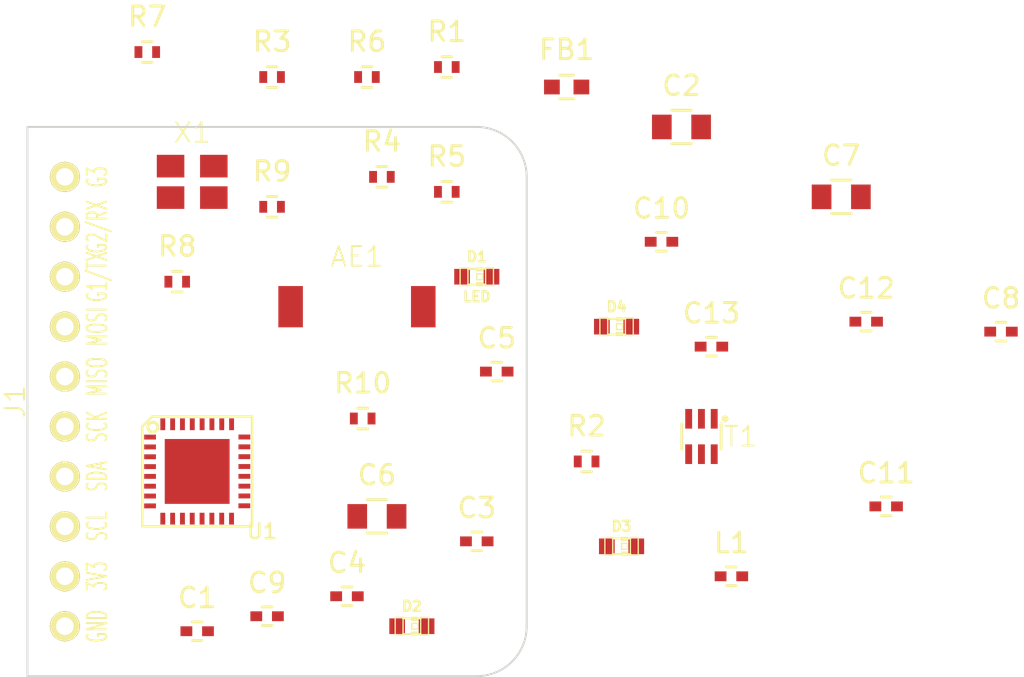
<source format=kicad_pcb>
(kicad_pcb (version 4) (host pcbnew "(2014-08-29 BZR 5106)-product")

  (general
    (links 79)
    (no_connects 79)
    (area 126.949999 99.009999 152.450001 127.050001)
    (thickness 1.6)
    (drawings 6)
    (tracks 0)
    (zones 0)
    (modules 34)
    (nets 35)
  )

  (page A4)
  (layers
    (0 F.Cu signal)
    (31 B.Cu signal)
    (32 B.Adhes user)
    (33 F.Adhes user)
    (34 B.Paste user)
    (35 F.Paste user)
    (36 B.SilkS user)
    (37 F.SilkS user)
    (38 B.Mask user)
    (39 F.Mask user)
    (40 Dwgs.User user)
    (41 Cmts.User user)
    (42 Eco1.User user)
    (43 Eco2.User user)
    (44 Edge.Cuts user)
    (45 Margin user)
    (46 B.CrtYd user)
    (47 F.CrtYd user)
    (48 B.Fab user)
    (49 F.Fab user)
  )

  (setup
    (last_trace_width 0.254)
    (trace_clearance 0.254)
    (zone_clearance 0.508)
    (zone_45_only no)
    (trace_min 0.254)
    (segment_width 0.2)
    (edge_width 0.1)
    (via_size 0.889)
    (via_drill 0.635)
    (via_min_size 0.889)
    (via_min_drill 0.508)
    (uvia_size 0.508)
    (uvia_drill 0.127)
    (uvias_allowed no)
    (uvia_min_size 0.508)
    (uvia_min_drill 0.127)
    (pcb_text_width 0.3)
    (pcb_text_size 1.5 1.5)
    (mod_edge_width 0.15)
    (mod_text_size 1 1)
    (mod_text_width 0.15)
    (pad_size 1.5 1.5)
    (pad_drill 0.6)
    (pad_to_mask_clearance 0)
    (aux_axis_origin 127 127)
    (grid_origin 127 127)
    (visible_elements FFFFFF7F)
    (pcbplotparams
      (layerselection 0x00030_80000001)
      (usegerberextensions false)
      (excludeedgelayer true)
      (linewidth 0.100000)
      (plotframeref false)
      (viasonmask false)
      (mode 1)
      (useauxorigin false)
      (hpglpennumber 1)
      (hpglpenspeed 20)
      (hpglpendiameter 15)
      (hpglpenoverlay 2)
      (psnegative false)
      (psa4output false)
      (plotreference true)
      (plotvalue true)
      (plotinvisibletext false)
      (padsonsilk false)
      (subtractmaskfromsilk false)
      (outputformat 1)
      (mirror false)
      (drillshape 1)
      (scaleselection 1)
      (outputdirectory ""))
  )

  (net 0 "")
  (net 1 /ANT)
  (net 2 "Net-(AE1-Pad2)")
  (net 3 "Net-(C1-Pad1)")
  (net 4 DGND)
  (net 5 +3.3V)
  (net 6 /XTAL1)
  (net 7 /AVDD)
  (net 8 AGND)
  (net 9 /XTAL2)
  (net 10 /DEVDD)
  (net 11 /EVDD)
  (net 12 /RF+)
  (net 13 /PI_IN)
  (net 14 /DIG1)
  (net 15 /D1L)
  (net 16 /DIG2)
  (net 17 /D2L)
  (net 18 /DIG3)
  (net 19 /D3L)
  (net 20 /DIG4)
  (net 21 /D4L)
  (net 22 "Net-(J1-Pad3)")
  (net 23 "Net-(J1-Pad4)")
  (net 24 /SCLK)
  (net 25 /MISO)
  (net 26 /MOSI)
  (net 27 /~CS)
  (net 28 /INTERRUPT)
  (net 29 /SLP/~RST)
  (net 30 /SLP_TR)
  (net 31 /~RESET)
  (net 32 "Net-(R6-Pad1)")
  (net 33 /RFP)
  (net 34 /RFN)

  (net_class Default "This is the default net class."
    (clearance 0.254)
    (trace_width 0.254)
    (via_dia 0.889)
    (via_drill 0.635)
    (uvia_dia 0.508)
    (uvia_drill 0.127)
    (add_net +3.3V)
    (add_net /ANT)
    (add_net /AVDD)
    (add_net /D1L)
    (add_net /D2L)
    (add_net /D3L)
    (add_net /D4L)
    (add_net /DEVDD)
    (add_net /DIG1)
    (add_net /DIG2)
    (add_net /DIG3)
    (add_net /DIG4)
    (add_net /EVDD)
    (add_net /INTERRUPT)
    (add_net /MISO)
    (add_net /MOSI)
    (add_net /PI_IN)
    (add_net /RF+)
    (add_net /RFN)
    (add_net /RFP)
    (add_net /SCLK)
    (add_net /SLP/~RST)
    (add_net /SLP_TR)
    (add_net /XTAL1)
    (add_net /XTAL2)
    (add_net /~CS)
    (add_net /~RESET)
    (add_net AGND)
    (add_net DGND)
    (add_net "Net-(AE1-Pad2)")
    (add_net "Net-(C1-Pad1)")
    (add_net "Net-(J1-Pad3)")
    (add_net "Net-(J1-Pad4)")
    (add_net "Net-(R6-Pad1)")
  )

  (module parts:ANTENNA-SMT-2.45GHz (layer F.Cu) (tedit 543C8054) (tstamp 543DF8C1)
    (at 143.764 108.204)
    (path /543E9CA8)
    (fp_text reference AE1 (at 0 -2.54) (layer F.SilkS)
      (effects (font (size 1 1) (thickness 0.1)))
    )
    (fp_text value ANTENNA (at 0 3.175) (layer F.SilkS) hide
      (effects (font (size 1.5 1.5) (thickness 0.15)))
    )
    (pad 1 smd rect (at -3.375 0) (size 1.25 2.1) (layers F.Cu F.Paste F.Mask)
      (net 1 /ANT))
    (pad 2 smd rect (at 3.375 0) (size 1.25 2.1) (layers F.Cu F.Paste F.Mask)
      (net 2 "Net-(AE1-Pad2)"))
  )

  (module Capacitors_SMD:C_0402 (layer F.Cu) (tedit 543DF954) (tstamp 543DF8CD)
    (at 135.636 124.714)
    (descr "Capacitor SMD 0402, reflow soldering, AVX (see smccp.pdf)")
    (tags "capacitor 0402")
    (path /542FB6C5)
    (attr smd)
    (fp_text reference C1 (at 0 -1.7) (layer F.SilkS)
      (effects (font (size 1 1) (thickness 0.15)))
    )
    (fp_text value 100nF (at 0 1.7) (layer F.SilkS) hide
      (effects (font (size 1 1) (thickness 0.15)))
    )
    (fp_line (start -1.15 -0.6) (end 1.15 -0.6) (layer F.CrtYd) (width 0.05))
    (fp_line (start -1.15 0.6) (end 1.15 0.6) (layer F.CrtYd) (width 0.05))
    (fp_line (start -1.15 -0.6) (end -1.15 0.6) (layer F.CrtYd) (width 0.05))
    (fp_line (start 1.15 -0.6) (end 1.15 0.6) (layer F.CrtYd) (width 0.05))
    (fp_line (start 0.25 -0.475) (end -0.25 -0.475) (layer F.SilkS) (width 0.15))
    (fp_line (start -0.25 0.475) (end 0.25 0.475) (layer F.SilkS) (width 0.15))
    (pad 1 smd rect (at -0.55 0) (size 0.6 0.5) (layers F.Cu F.Paste F.Mask)
      (net 3 "Net-(C1-Pad1)"))
    (pad 2 smd rect (at 0.55 0) (size 0.6 0.5) (layers F.Cu F.Paste F.Mask)
      (net 4 DGND))
    (model Capacitors_SMD/C_0402E.wrl
      (at (xyz 0 0 0))
      (scale (xyz 1 1 1))
      (rotate (xyz 0 0 0))
    )
  )

  (module Capacitors_SMD:C_0805 (layer F.Cu) (tedit 543DF910) (tstamp 543DF8D9)
    (at 160.274 99.06)
    (descr "Capacitor SMD 0805, reflow soldering, AVX (see smccp.pdf)")
    (tags "capacitor 0805")
    (path /542FADD1)
    (attr smd)
    (fp_text reference C2 (at 0 -2.1) (layer F.SilkS)
      (effects (font (size 1 1) (thickness 0.15)))
    )
    (fp_text value 10uF (at 0 2.1) (layer F.SilkS) hide
      (effects (font (size 1 1) (thickness 0.15)))
    )
    (fp_line (start -1.8 -1) (end 1.8 -1) (layer F.CrtYd) (width 0.05))
    (fp_line (start -1.8 1) (end 1.8 1) (layer F.CrtYd) (width 0.05))
    (fp_line (start -1.8 -1) (end -1.8 1) (layer F.CrtYd) (width 0.05))
    (fp_line (start 1.8 -1) (end 1.8 1) (layer F.CrtYd) (width 0.05))
    (fp_line (start 0.5 -0.85) (end -0.5 -0.85) (layer F.SilkS) (width 0.15))
    (fp_line (start -0.5 0.85) (end 0.5 0.85) (layer F.SilkS) (width 0.15))
    (pad 1 smd rect (at -1 0) (size 1 1.25) (layers F.Cu F.Paste F.Mask)
      (net 5 +3.3V))
    (pad 2 smd rect (at 1 0) (size 1 1.25) (layers F.Cu F.Paste F.Mask)
      (net 4 DGND))
    (model Capacitors_SMD/C_0805N.wrl
      (at (xyz 0 0 0))
      (scale (xyz 1 1 1))
      (rotate (xyz 0 0 0))
    )
  )

  (module Capacitors_SMD:C_0402 (layer F.Cu) (tedit 543DF944) (tstamp 543DF8E5)
    (at 149.86 120.142)
    (descr "Capacitor SMD 0402, reflow soldering, AVX (see smccp.pdf)")
    (tags "capacitor 0402")
    (path /542F4184)
    (attr smd)
    (fp_text reference C3 (at 0 -1.7) (layer F.SilkS)
      (effects (font (size 1 1) (thickness 0.15)))
    )
    (fp_text value 100nF (at 0 1.7) (layer F.SilkS) hide
      (effects (font (size 1 1) (thickness 0.15)))
    )
    (fp_line (start -1.15 -0.6) (end 1.15 -0.6) (layer F.CrtYd) (width 0.05))
    (fp_line (start -1.15 0.6) (end 1.15 0.6) (layer F.CrtYd) (width 0.05))
    (fp_line (start -1.15 -0.6) (end -1.15 0.6) (layer F.CrtYd) (width 0.05))
    (fp_line (start 1.15 -0.6) (end 1.15 0.6) (layer F.CrtYd) (width 0.05))
    (fp_line (start 0.25 -0.475) (end -0.25 -0.475) (layer F.SilkS) (width 0.15))
    (fp_line (start -0.25 0.475) (end 0.25 0.475) (layer F.SilkS) (width 0.15))
    (pad 1 smd rect (at -0.55 0) (size 0.6 0.5) (layers F.Cu F.Paste F.Mask)
      (net 5 +3.3V))
    (pad 2 smd rect (at 0.55 0) (size 0.6 0.5) (layers F.Cu F.Paste F.Mask)
      (net 4 DGND))
    (model Capacitors_SMD/C_0402E.wrl
      (at (xyz 0 0 0))
      (scale (xyz 1 1 1))
      (rotate (xyz 0 0 0))
    )
  )

  (module Capacitors_SMD:C_0402 (layer F.Cu) (tedit 543DF94F) (tstamp 543DF8F1)
    (at 143.256 122.936)
    (descr "Capacitor SMD 0402, reflow soldering, AVX (see smccp.pdf)")
    (tags "capacitor 0402")
    (path /542FCCC2)
    (attr smd)
    (fp_text reference C4 (at 0 -1.7) (layer F.SilkS)
      (effects (font (size 1 1) (thickness 0.15)))
    )
    (fp_text value 9pF (at 0 1.7) (layer F.SilkS) hide
      (effects (font (size 1 1) (thickness 0.15)))
    )
    (fp_line (start -1.15 -0.6) (end 1.15 -0.6) (layer F.CrtYd) (width 0.05))
    (fp_line (start -1.15 0.6) (end 1.15 0.6) (layer F.CrtYd) (width 0.05))
    (fp_line (start -1.15 -0.6) (end -1.15 0.6) (layer F.CrtYd) (width 0.05))
    (fp_line (start 1.15 -0.6) (end 1.15 0.6) (layer F.CrtYd) (width 0.05))
    (fp_line (start 0.25 -0.475) (end -0.25 -0.475) (layer F.SilkS) (width 0.15))
    (fp_line (start -0.25 0.475) (end 0.25 0.475) (layer F.SilkS) (width 0.15))
    (pad 1 smd rect (at -0.55 0) (size 0.6 0.5) (layers F.Cu F.Paste F.Mask)
      (net 4 DGND))
    (pad 2 smd rect (at 0.55 0) (size 0.6 0.5) (layers F.Cu F.Paste F.Mask)
      (net 6 /XTAL1))
    (model Capacitors_SMD/C_0402E.wrl
      (at (xyz 0 0 0))
      (scale (xyz 1 1 1))
      (rotate (xyz 0 0 0))
    )
  )

  (module Capacitors_SMD:C_0402 (layer F.Cu) (tedit 543DF95C) (tstamp 543DF8FD)
    (at 150.876 111.506)
    (descr "Capacitor SMD 0402, reflow soldering, AVX (see smccp.pdf)")
    (tags "capacitor 0402")
    (path /542F41A6)
    (attr smd)
    (fp_text reference C5 (at 0 -1.7) (layer F.SilkS)
      (effects (font (size 1 1) (thickness 0.15)))
    )
    (fp_text value 100nF (at 0 1.7) (layer F.SilkS) hide
      (effects (font (size 1 1) (thickness 0.15)))
    )
    (fp_line (start -1.15 -0.6) (end 1.15 -0.6) (layer F.CrtYd) (width 0.05))
    (fp_line (start -1.15 0.6) (end 1.15 0.6) (layer F.CrtYd) (width 0.05))
    (fp_line (start -1.15 -0.6) (end -1.15 0.6) (layer F.CrtYd) (width 0.05))
    (fp_line (start 1.15 -0.6) (end 1.15 0.6) (layer F.CrtYd) (width 0.05))
    (fp_line (start 0.25 -0.475) (end -0.25 -0.475) (layer F.SilkS) (width 0.15))
    (fp_line (start -0.25 0.475) (end 0.25 0.475) (layer F.SilkS) (width 0.15))
    (pad 1 smd rect (at -0.55 0) (size 0.6 0.5) (layers F.Cu F.Paste F.Mask)
      (net 5 +3.3V))
    (pad 2 smd rect (at 0.55 0) (size 0.6 0.5) (layers F.Cu F.Paste F.Mask)
      (net 4 DGND))
    (model Capacitors_SMD/C_0402E.wrl
      (at (xyz 0 0 0))
      (scale (xyz 1 1 1))
      (rotate (xyz 0 0 0))
    )
  )

  (module Capacitors_SMD:C_0805 (layer F.Cu) (tedit 543DF957) (tstamp 543DF909)
    (at 144.78 118.872)
    (descr "Capacitor SMD 0805, reflow soldering, AVX (see smccp.pdf)")
    (tags "capacitor 0805")
    (path /542FA99F)
    (attr smd)
    (fp_text reference C6 (at 0 -2.1) (layer F.SilkS)
      (effects (font (size 1 1) (thickness 0.15)))
    )
    (fp_text value 10uF (at 0 2.1) (layer F.SilkS) hide
      (effects (font (size 1 1) (thickness 0.15)))
    )
    (fp_line (start -1.8 -1) (end 1.8 -1) (layer F.CrtYd) (width 0.05))
    (fp_line (start -1.8 1) (end 1.8 1) (layer F.CrtYd) (width 0.05))
    (fp_line (start -1.8 -1) (end -1.8 1) (layer F.CrtYd) (width 0.05))
    (fp_line (start 1.8 -1) (end 1.8 1) (layer F.CrtYd) (width 0.05))
    (fp_line (start 0.5 -0.85) (end -0.5 -0.85) (layer F.SilkS) (width 0.15))
    (fp_line (start -0.5 0.85) (end 0.5 0.85) (layer F.SilkS) (width 0.15))
    (pad 1 smd rect (at -1 0) (size 1 1.25) (layers F.Cu F.Paste F.Mask)
      (net 7 /AVDD))
    (pad 2 smd rect (at 1 0) (size 1 1.25) (layers F.Cu F.Paste F.Mask)
      (net 8 AGND))
    (model Capacitors_SMD/C_0805N.wrl
      (at (xyz 0 0 0))
      (scale (xyz 1 1 1))
      (rotate (xyz 0 0 0))
    )
  )

  (module Capacitors_SMD:C_0805 (layer F.Cu) (tedit 543DF912) (tstamp 543DF915)
    (at 168.402 102.616)
    (descr "Capacitor SMD 0805, reflow soldering, AVX (see smccp.pdf)")
    (tags "capacitor 0805")
    (path /542FCC21)
    (attr smd)
    (fp_text reference C7 (at 0 -2.1) (layer F.SilkS)
      (effects (font (size 1 1) (thickness 0.15)))
    )
    (fp_text value 9pF (at 0 2.1) (layer F.SilkS) hide
      (effects (font (size 1 1) (thickness 0.15)))
    )
    (fp_line (start -1.8 -1) (end 1.8 -1) (layer F.CrtYd) (width 0.05))
    (fp_line (start -1.8 1) (end 1.8 1) (layer F.CrtYd) (width 0.05))
    (fp_line (start -1.8 -1) (end -1.8 1) (layer F.CrtYd) (width 0.05))
    (fp_line (start 1.8 -1) (end 1.8 1) (layer F.CrtYd) (width 0.05))
    (fp_line (start 0.5 -0.85) (end -0.5 -0.85) (layer F.SilkS) (width 0.15))
    (fp_line (start -0.5 0.85) (end 0.5 0.85) (layer F.SilkS) (width 0.15))
    (pad 1 smd rect (at -1 0) (size 1 1.25) (layers F.Cu F.Paste F.Mask)
      (net 4 DGND))
    (pad 2 smd rect (at 1 0) (size 1 1.25) (layers F.Cu F.Paste F.Mask)
      (net 9 /XTAL2))
    (model Capacitors_SMD/C_0805N.wrl
      (at (xyz 0 0 0))
      (scale (xyz 1 1 1))
      (rotate (xyz 0 0 0))
    )
  )

  (module Capacitors_SMD:C_0402 (layer F.Cu) (tedit 543DF917) (tstamp 543DF921)
    (at 176.53 109.474)
    (descr "Capacitor SMD 0402, reflow soldering, AVX (see smccp.pdf)")
    (tags "capacitor 0402")
    (path /542F415B)
    (attr smd)
    (fp_text reference C8 (at 0 -1.7) (layer F.SilkS)
      (effects (font (size 1 1) (thickness 0.15)))
    )
    (fp_text value 100nF (at 0 1.7) (layer F.SilkS) hide
      (effects (font (size 1 1) (thickness 0.15)))
    )
    (fp_line (start -1.15 -0.6) (end 1.15 -0.6) (layer F.CrtYd) (width 0.05))
    (fp_line (start -1.15 0.6) (end 1.15 0.6) (layer F.CrtYd) (width 0.05))
    (fp_line (start -1.15 -0.6) (end -1.15 0.6) (layer F.CrtYd) (width 0.05))
    (fp_line (start 1.15 -0.6) (end 1.15 0.6) (layer F.CrtYd) (width 0.05))
    (fp_line (start 0.25 -0.475) (end -0.25 -0.475) (layer F.SilkS) (width 0.15))
    (fp_line (start -0.25 0.475) (end 0.25 0.475) (layer F.SilkS) (width 0.15))
    (pad 1 smd rect (at -0.55 0) (size 0.6 0.5) (layers F.Cu F.Paste F.Mask)
      (net 7 /AVDD))
    (pad 2 smd rect (at 0.55 0) (size 0.6 0.5) (layers F.Cu F.Paste F.Mask)
      (net 8 AGND))
    (model Capacitors_SMD/C_0402E.wrl
      (at (xyz 0 0 0))
      (scale (xyz 1 1 1))
      (rotate (xyz 0 0 0))
    )
  )

  (module Capacitors_SMD:C_0402 (layer F.Cu) (tedit 543DF952) (tstamp 543DF92D)
    (at 139.192 123.952)
    (descr "Capacitor SMD 0402, reflow soldering, AVX (see smccp.pdf)")
    (tags "capacitor 0402")
    (path /542F45E7)
    (attr smd)
    (fp_text reference C9 (at 0 -1.7) (layer F.SilkS)
      (effects (font (size 1 1) (thickness 0.15)))
    )
    (fp_text value 100nF (at 0 1.7) (layer F.SilkS) hide
      (effects (font (size 1 1) (thickness 0.15)))
    )
    (fp_line (start -1.15 -0.6) (end 1.15 -0.6) (layer F.CrtYd) (width 0.05))
    (fp_line (start -1.15 0.6) (end 1.15 0.6) (layer F.CrtYd) (width 0.05))
    (fp_line (start -1.15 -0.6) (end -1.15 0.6) (layer F.CrtYd) (width 0.05))
    (fp_line (start 1.15 -0.6) (end 1.15 0.6) (layer F.CrtYd) (width 0.05))
    (fp_line (start 0.25 -0.475) (end -0.25 -0.475) (layer F.SilkS) (width 0.15))
    (fp_line (start -0.25 0.475) (end 0.25 0.475) (layer F.SilkS) (width 0.15))
    (pad 1 smd rect (at -0.55 0) (size 0.6 0.5) (layers F.Cu F.Paste F.Mask)
      (net 10 /DEVDD))
    (pad 2 smd rect (at 0.55 0) (size 0.6 0.5) (layers F.Cu F.Paste F.Mask)
      (net 4 DGND))
    (model Capacitors_SMD/C_0402E.wrl
      (at (xyz 0 0 0))
      (scale (xyz 1 1 1))
      (rotate (xyz 0 0 0))
    )
  )

  (module Capacitors_SMD:C_0402 (layer F.Cu) (tedit 543DF929) (tstamp 543DF939)
    (at 159.258 104.902)
    (descr "Capacitor SMD 0402, reflow soldering, AVX (see smccp.pdf)")
    (tags "capacitor 0402")
    (path /542F248A)
    (attr smd)
    (fp_text reference C10 (at 0 -1.7) (layer F.SilkS)
      (effects (font (size 1 1) (thickness 0.15)))
    )
    (fp_text value 100nF (at 0 1.7) (layer F.SilkS) hide
      (effects (font (size 1 1) (thickness 0.15)))
    )
    (fp_line (start -1.15 -0.6) (end 1.15 -0.6) (layer F.CrtYd) (width 0.05))
    (fp_line (start -1.15 0.6) (end 1.15 0.6) (layer F.CrtYd) (width 0.05))
    (fp_line (start -1.15 -0.6) (end -1.15 0.6) (layer F.CrtYd) (width 0.05))
    (fp_line (start 1.15 -0.6) (end 1.15 0.6) (layer F.CrtYd) (width 0.05))
    (fp_line (start 0.25 -0.475) (end -0.25 -0.475) (layer F.SilkS) (width 0.15))
    (fp_line (start -0.25 0.475) (end 0.25 0.475) (layer F.SilkS) (width 0.15))
    (pad 1 smd rect (at -0.55 0) (size 0.6 0.5) (layers F.Cu F.Paste F.Mask)
      (net 11 /EVDD))
    (pad 2 smd rect (at 0.55 0) (size 0.6 0.5) (layers F.Cu F.Paste F.Mask)
      (net 8 AGND))
    (model Capacitors_SMD/C_0402E.wrl
      (at (xyz 0 0 0))
      (scale (xyz 1 1 1))
      (rotate (xyz 0 0 0))
    )
  )

  (module Capacitors_SMD:C_0402 (layer F.Cu) (tedit 543DF91A) (tstamp 543DF945)
    (at 170.688 118.364)
    (descr "Capacitor SMD 0402, reflow soldering, AVX (see smccp.pdf)")
    (tags "capacitor 0402")
    (path /54301E12)
    (attr smd)
    (fp_text reference C11 (at 0 -1.7) (layer F.SilkS)
      (effects (font (size 1 1) (thickness 0.15)))
    )
    (fp_text value 22pF (at 0 1.7) (layer F.SilkS) hide
      (effects (font (size 1 1) (thickness 0.15)))
    )
    (fp_line (start -1.15 -0.6) (end 1.15 -0.6) (layer F.CrtYd) (width 0.05))
    (fp_line (start -1.15 0.6) (end 1.15 0.6) (layer F.CrtYd) (width 0.05))
    (fp_line (start -1.15 -0.6) (end -1.15 0.6) (layer F.CrtYd) (width 0.05))
    (fp_line (start 1.15 -0.6) (end 1.15 0.6) (layer F.CrtYd) (width 0.05))
    (fp_line (start 0.25 -0.475) (end -0.25 -0.475) (layer F.SilkS) (width 0.15))
    (fp_line (start -0.25 0.475) (end 0.25 0.475) (layer F.SilkS) (width 0.15))
    (pad 1 smd rect (at -0.55 0) (size 0.6 0.5) (layers F.Cu F.Paste F.Mask)
      (net 12 /RF+))
    (pad 2 smd rect (at 0.55 0) (size 0.6 0.5) (layers F.Cu F.Paste F.Mask)
      (net 13 /PI_IN))
    (model Capacitors_SMD/C_0402E.wrl
      (at (xyz 0 0 0))
      (scale (xyz 1 1 1))
      (rotate (xyz 0 0 0))
    )
  )

  (module Capacitors_SMD:C_0402 (layer F.Cu) (tedit 543DF915) (tstamp 543DF951)
    (at 169.672 108.966)
    (descr "Capacitor SMD 0402, reflow soldering, AVX (see smccp.pdf)")
    (tags "capacitor 0402")
    (path /54302055)
    (attr smd)
    (fp_text reference C12 (at 0 -1.7) (layer F.SilkS)
      (effects (font (size 1 1) (thickness 0.15)))
    )
    (fp_text value 1.2pF (at 0 1.7) (layer F.SilkS) hide
      (effects (font (size 1 1) (thickness 0.15)))
    )
    (fp_line (start -1.15 -0.6) (end 1.15 -0.6) (layer F.CrtYd) (width 0.05))
    (fp_line (start -1.15 0.6) (end 1.15 0.6) (layer F.CrtYd) (width 0.05))
    (fp_line (start -1.15 -0.6) (end -1.15 0.6) (layer F.CrtYd) (width 0.05))
    (fp_line (start 1.15 -0.6) (end 1.15 0.6) (layer F.CrtYd) (width 0.05))
    (fp_line (start 0.25 -0.475) (end -0.25 -0.475) (layer F.SilkS) (width 0.15))
    (fp_line (start -0.25 0.475) (end 0.25 0.475) (layer F.SilkS) (width 0.15))
    (pad 1 smd rect (at -0.55 0) (size 0.6 0.5) (layers F.Cu F.Paste F.Mask)
      (net 13 /PI_IN))
    (pad 2 smd rect (at 0.55 0) (size 0.6 0.5) (layers F.Cu F.Paste F.Mask)
      (net 8 AGND))
    (model Capacitors_SMD/C_0402E.wrl
      (at (xyz 0 0 0))
      (scale (xyz 1 1 1))
      (rotate (xyz 0 0 0))
    )
  )

  (module Capacitors_SMD:C_0402 (layer F.Cu) (tedit 543DF921) (tstamp 543DF95D)
    (at 161.798 110.236)
    (descr "Capacitor SMD 0402, reflow soldering, AVX (see smccp.pdf)")
    (tags "capacitor 0402")
    (path /543026C8)
    (attr smd)
    (fp_text reference C13 (at 0 -1.7) (layer F.SilkS)
      (effects (font (size 1 1) (thickness 0.15)))
    )
    (fp_text value DNP (at 0 1.7) (layer F.SilkS) hide
      (effects (font (size 1 1) (thickness 0.15)))
    )
    (fp_line (start -1.15 -0.6) (end 1.15 -0.6) (layer F.CrtYd) (width 0.05))
    (fp_line (start -1.15 0.6) (end 1.15 0.6) (layer F.CrtYd) (width 0.05))
    (fp_line (start -1.15 -0.6) (end -1.15 0.6) (layer F.CrtYd) (width 0.05))
    (fp_line (start 1.15 -0.6) (end 1.15 0.6) (layer F.CrtYd) (width 0.05))
    (fp_line (start 0.25 -0.475) (end -0.25 -0.475) (layer F.SilkS) (width 0.15))
    (fp_line (start -0.25 0.475) (end 0.25 0.475) (layer F.SilkS) (width 0.15))
    (pad 1 smd rect (at -0.55 0) (size 0.6 0.5) (layers F.Cu F.Paste F.Mask)
      (net 1 /ANT))
    (pad 2 smd rect (at 0.55 0) (size 0.6 0.5) (layers F.Cu F.Paste F.Mask)
      (net 8 AGND))
    (model Capacitors_SMD/C_0402E.wrl
      (at (xyz 0 0 0))
      (scale (xyz 1 1 1))
      (rotate (xyz 0 0 0))
    )
  )

  (module LEDs:LED-0603 (layer F.Cu) (tedit 543DF757) (tstamp 543DF979)
    (at 149.86 106.68)
    (descr "LED 0603 smd package")
    (tags "LED led 0603 SMD smd SMT smt smdled SMDLED smtled SMTLED")
    (path /54409E21)
    (attr smd)
    (fp_text reference D1 (at 0 -1.016) (layer F.SilkS)
      (effects (font (size 0.508 0.508) (thickness 0.127)))
    )
    (fp_text value LED (at 0 1.016) (layer F.SilkS)
      (effects (font (size 0.508 0.508) (thickness 0.127)))
    )
    (fp_line (start 0.44958 -0.44958) (end 0.44958 0.44958) (layer F.SilkS) (width 0.06604))
    (fp_line (start 0.44958 0.44958) (end 0.84836 0.44958) (layer F.SilkS) (width 0.06604))
    (fp_line (start 0.84836 -0.44958) (end 0.84836 0.44958) (layer F.SilkS) (width 0.06604))
    (fp_line (start 0.44958 -0.44958) (end 0.84836 -0.44958) (layer F.SilkS) (width 0.06604))
    (fp_line (start -0.84836 -0.44958) (end -0.84836 0.44958) (layer F.SilkS) (width 0.06604))
    (fp_line (start -0.84836 0.44958) (end -0.44958 0.44958) (layer F.SilkS) (width 0.06604))
    (fp_line (start -0.44958 -0.44958) (end -0.44958 0.44958) (layer F.SilkS) (width 0.06604))
    (fp_line (start -0.84836 -0.44958) (end -0.44958 -0.44958) (layer F.SilkS) (width 0.06604))
    (fp_line (start 0 -0.44958) (end 0 -0.29972) (layer F.SilkS) (width 0.06604))
    (fp_line (start 0 -0.29972) (end 0.29972 -0.29972) (layer F.SilkS) (width 0.06604))
    (fp_line (start 0.29972 -0.44958) (end 0.29972 -0.29972) (layer F.SilkS) (width 0.06604))
    (fp_line (start 0 -0.44958) (end 0.29972 -0.44958) (layer F.SilkS) (width 0.06604))
    (fp_line (start 0 0.29972) (end 0 0.44958) (layer F.SilkS) (width 0.06604))
    (fp_line (start 0 0.44958) (end 0.29972 0.44958) (layer F.SilkS) (width 0.06604))
    (fp_line (start 0.29972 0.29972) (end 0.29972 0.44958) (layer F.SilkS) (width 0.06604))
    (fp_line (start 0 0.29972) (end 0.29972 0.29972) (layer F.SilkS) (width 0.06604))
    (fp_line (start 0 -0.14986) (end 0 0.14986) (layer F.SilkS) (width 0.06604))
    (fp_line (start 0 0.14986) (end 0.29972 0.14986) (layer F.SilkS) (width 0.06604))
    (fp_line (start 0.29972 -0.14986) (end 0.29972 0.14986) (layer F.SilkS) (width 0.06604))
    (fp_line (start 0 -0.14986) (end 0.29972 -0.14986) (layer F.SilkS) (width 0.06604))
    (fp_line (start 0.44958 -0.39878) (end -0.44958 -0.39878) (layer F.SilkS) (width 0.1016))
    (fp_line (start 0.44958 0.39878) (end -0.44958 0.39878) (layer F.SilkS) (width 0.1016))
    (pad 1 smd rect (at -0.7493 0) (size 0.79756 0.79756) (layers F.Cu F.Paste F.Mask)
      (net 14 /DIG1))
    (pad 2 smd rect (at 0.7493 0) (size 0.79756 0.79756) (layers F.Cu F.Paste F.Mask)
      (net 15 /D1L))
  )

  (module LEDs:LED-0603 (layer F.Cu) (tedit 543DF94D) (tstamp 543DF995)
    (at 146.558 124.46)
    (descr "LED 0603 smd package")
    (tags "LED led 0603 SMD smd SMT smt smdled SMDLED smtled SMTLED")
    (path /54409F6A)
    (attr smd)
    (fp_text reference D2 (at 0 -1.016) (layer F.SilkS)
      (effects (font (size 0.508 0.508) (thickness 0.127)))
    )
    (fp_text value LED (at 0 1.016) (layer F.SilkS) hide
      (effects (font (size 0.508 0.508) (thickness 0.127)))
    )
    (fp_line (start 0.44958 -0.44958) (end 0.44958 0.44958) (layer F.SilkS) (width 0.06604))
    (fp_line (start 0.44958 0.44958) (end 0.84836 0.44958) (layer F.SilkS) (width 0.06604))
    (fp_line (start 0.84836 -0.44958) (end 0.84836 0.44958) (layer F.SilkS) (width 0.06604))
    (fp_line (start 0.44958 -0.44958) (end 0.84836 -0.44958) (layer F.SilkS) (width 0.06604))
    (fp_line (start -0.84836 -0.44958) (end -0.84836 0.44958) (layer F.SilkS) (width 0.06604))
    (fp_line (start -0.84836 0.44958) (end -0.44958 0.44958) (layer F.SilkS) (width 0.06604))
    (fp_line (start -0.44958 -0.44958) (end -0.44958 0.44958) (layer F.SilkS) (width 0.06604))
    (fp_line (start -0.84836 -0.44958) (end -0.44958 -0.44958) (layer F.SilkS) (width 0.06604))
    (fp_line (start 0 -0.44958) (end 0 -0.29972) (layer F.SilkS) (width 0.06604))
    (fp_line (start 0 -0.29972) (end 0.29972 -0.29972) (layer F.SilkS) (width 0.06604))
    (fp_line (start 0.29972 -0.44958) (end 0.29972 -0.29972) (layer F.SilkS) (width 0.06604))
    (fp_line (start 0 -0.44958) (end 0.29972 -0.44958) (layer F.SilkS) (width 0.06604))
    (fp_line (start 0 0.29972) (end 0 0.44958) (layer F.SilkS) (width 0.06604))
    (fp_line (start 0 0.44958) (end 0.29972 0.44958) (layer F.SilkS) (width 0.06604))
    (fp_line (start 0.29972 0.29972) (end 0.29972 0.44958) (layer F.SilkS) (width 0.06604))
    (fp_line (start 0 0.29972) (end 0.29972 0.29972) (layer F.SilkS) (width 0.06604))
    (fp_line (start 0 -0.14986) (end 0 0.14986) (layer F.SilkS) (width 0.06604))
    (fp_line (start 0 0.14986) (end 0.29972 0.14986) (layer F.SilkS) (width 0.06604))
    (fp_line (start 0.29972 -0.14986) (end 0.29972 0.14986) (layer F.SilkS) (width 0.06604))
    (fp_line (start 0 -0.14986) (end 0.29972 -0.14986) (layer F.SilkS) (width 0.06604))
    (fp_line (start 0.44958 -0.39878) (end -0.44958 -0.39878) (layer F.SilkS) (width 0.1016))
    (fp_line (start 0.44958 0.39878) (end -0.44958 0.39878) (layer F.SilkS) (width 0.1016))
    (pad 1 smd rect (at -0.7493 0) (size 0.79756 0.79756) (layers F.Cu F.Paste F.Mask)
      (net 16 /DIG2))
    (pad 2 smd rect (at 0.7493 0) (size 0.79756 0.79756) (layers F.Cu F.Paste F.Mask)
      (net 17 /D2L))
  )

  (module LEDs:LED-0603 (layer F.Cu) (tedit 543DF91E) (tstamp 543DF9B1)
    (at 157.226 120.396)
    (descr "LED 0603 smd package")
    (tags "LED led 0603 SMD smd SMT smt smdled SMDLED smtled SMTLED")
    (path /54409F64)
    (attr smd)
    (fp_text reference D3 (at 0 -1.016) (layer F.SilkS)
      (effects (font (size 0.508 0.508) (thickness 0.127)))
    )
    (fp_text value LED (at 0 1.016) (layer F.SilkS) hide
      (effects (font (size 0.508 0.508) (thickness 0.127)))
    )
    (fp_line (start 0.44958 -0.44958) (end 0.44958 0.44958) (layer F.SilkS) (width 0.06604))
    (fp_line (start 0.44958 0.44958) (end 0.84836 0.44958) (layer F.SilkS) (width 0.06604))
    (fp_line (start 0.84836 -0.44958) (end 0.84836 0.44958) (layer F.SilkS) (width 0.06604))
    (fp_line (start 0.44958 -0.44958) (end 0.84836 -0.44958) (layer F.SilkS) (width 0.06604))
    (fp_line (start -0.84836 -0.44958) (end -0.84836 0.44958) (layer F.SilkS) (width 0.06604))
    (fp_line (start -0.84836 0.44958) (end -0.44958 0.44958) (layer F.SilkS) (width 0.06604))
    (fp_line (start -0.44958 -0.44958) (end -0.44958 0.44958) (layer F.SilkS) (width 0.06604))
    (fp_line (start -0.84836 -0.44958) (end -0.44958 -0.44958) (layer F.SilkS) (width 0.06604))
    (fp_line (start 0 -0.44958) (end 0 -0.29972) (layer F.SilkS) (width 0.06604))
    (fp_line (start 0 -0.29972) (end 0.29972 -0.29972) (layer F.SilkS) (width 0.06604))
    (fp_line (start 0.29972 -0.44958) (end 0.29972 -0.29972) (layer F.SilkS) (width 0.06604))
    (fp_line (start 0 -0.44958) (end 0.29972 -0.44958) (layer F.SilkS) (width 0.06604))
    (fp_line (start 0 0.29972) (end 0 0.44958) (layer F.SilkS) (width 0.06604))
    (fp_line (start 0 0.44958) (end 0.29972 0.44958) (layer F.SilkS) (width 0.06604))
    (fp_line (start 0.29972 0.29972) (end 0.29972 0.44958) (layer F.SilkS) (width 0.06604))
    (fp_line (start 0 0.29972) (end 0.29972 0.29972) (layer F.SilkS) (width 0.06604))
    (fp_line (start 0 -0.14986) (end 0 0.14986) (layer F.SilkS) (width 0.06604))
    (fp_line (start 0 0.14986) (end 0.29972 0.14986) (layer F.SilkS) (width 0.06604))
    (fp_line (start 0.29972 -0.14986) (end 0.29972 0.14986) (layer F.SilkS) (width 0.06604))
    (fp_line (start 0 -0.14986) (end 0.29972 -0.14986) (layer F.SilkS) (width 0.06604))
    (fp_line (start 0.44958 -0.39878) (end -0.44958 -0.39878) (layer F.SilkS) (width 0.1016))
    (fp_line (start 0.44958 0.39878) (end -0.44958 0.39878) (layer F.SilkS) (width 0.1016))
    (pad 1 smd rect (at -0.7493 0) (size 0.79756 0.79756) (layers F.Cu F.Paste F.Mask)
      (net 18 /DIG3))
    (pad 2 smd rect (at 0.7493 0) (size 0.79756 0.79756) (layers F.Cu F.Paste F.Mask)
      (net 19 /D3L))
  )

  (module LEDs:LED-0603 (layer F.Cu) (tedit 543DF926) (tstamp 543DF9CD)
    (at 156.972 109.22)
    (descr "LED 0603 smd package")
    (tags "LED led 0603 SMD smd SMT smt smdled SMDLED smtled SMTLED")
    (path /54409C8A)
    (attr smd)
    (fp_text reference D4 (at 0 -1.016) (layer F.SilkS)
      (effects (font (size 0.508 0.508) (thickness 0.127)))
    )
    (fp_text value LED (at 0 1.016) (layer F.SilkS) hide
      (effects (font (size 0.508 0.508) (thickness 0.127)))
    )
    (fp_line (start 0.44958 -0.44958) (end 0.44958 0.44958) (layer F.SilkS) (width 0.06604))
    (fp_line (start 0.44958 0.44958) (end 0.84836 0.44958) (layer F.SilkS) (width 0.06604))
    (fp_line (start 0.84836 -0.44958) (end 0.84836 0.44958) (layer F.SilkS) (width 0.06604))
    (fp_line (start 0.44958 -0.44958) (end 0.84836 -0.44958) (layer F.SilkS) (width 0.06604))
    (fp_line (start -0.84836 -0.44958) (end -0.84836 0.44958) (layer F.SilkS) (width 0.06604))
    (fp_line (start -0.84836 0.44958) (end -0.44958 0.44958) (layer F.SilkS) (width 0.06604))
    (fp_line (start -0.44958 -0.44958) (end -0.44958 0.44958) (layer F.SilkS) (width 0.06604))
    (fp_line (start -0.84836 -0.44958) (end -0.44958 -0.44958) (layer F.SilkS) (width 0.06604))
    (fp_line (start 0 -0.44958) (end 0 -0.29972) (layer F.SilkS) (width 0.06604))
    (fp_line (start 0 -0.29972) (end 0.29972 -0.29972) (layer F.SilkS) (width 0.06604))
    (fp_line (start 0.29972 -0.44958) (end 0.29972 -0.29972) (layer F.SilkS) (width 0.06604))
    (fp_line (start 0 -0.44958) (end 0.29972 -0.44958) (layer F.SilkS) (width 0.06604))
    (fp_line (start 0 0.29972) (end 0 0.44958) (layer F.SilkS) (width 0.06604))
    (fp_line (start 0 0.44958) (end 0.29972 0.44958) (layer F.SilkS) (width 0.06604))
    (fp_line (start 0.29972 0.29972) (end 0.29972 0.44958) (layer F.SilkS) (width 0.06604))
    (fp_line (start 0 0.29972) (end 0.29972 0.29972) (layer F.SilkS) (width 0.06604))
    (fp_line (start 0 -0.14986) (end 0 0.14986) (layer F.SilkS) (width 0.06604))
    (fp_line (start 0 0.14986) (end 0.29972 0.14986) (layer F.SilkS) (width 0.06604))
    (fp_line (start 0.29972 -0.14986) (end 0.29972 0.14986) (layer F.SilkS) (width 0.06604))
    (fp_line (start 0 -0.14986) (end 0.29972 -0.14986) (layer F.SilkS) (width 0.06604))
    (fp_line (start 0.44958 -0.39878) (end -0.44958 -0.39878) (layer F.SilkS) (width 0.1016))
    (fp_line (start 0.44958 0.39878) (end -0.44958 0.39878) (layer F.SilkS) (width 0.1016))
    (pad 1 smd rect (at -0.7493 0) (size 0.79756 0.79756) (layers F.Cu F.Paste F.Mask)
      (net 20 /DIG4))
    (pad 2 smd rect (at 0.7493 0) (size 0.79756 0.79756) (layers F.Cu F.Paste F.Mask)
      (net 21 /D4L))
  )

  (module Capacitors_SMD:C_0603 (layer F.Cu) (tedit 543DF90D) (tstamp 543DF9D9)
    (at 154.432 97.028)
    (descr "Capacitor SMD 0603, reflow soldering, AVX (see smccp.pdf)")
    (tags "capacitor 0603")
    (path /542F9E10)
    (attr smd)
    (fp_text reference FB1 (at 0 -1.9) (layer F.SilkS)
      (effects (font (size 1 1) (thickness 0.15)))
    )
    (fp_text value 10uH (at 0 1.9) (layer F.SilkS) hide
      (effects (font (size 1 1) (thickness 0.15)))
    )
    (fp_line (start -1.45 -0.75) (end 1.45 -0.75) (layer F.CrtYd) (width 0.05))
    (fp_line (start -1.45 0.75) (end 1.45 0.75) (layer F.CrtYd) (width 0.05))
    (fp_line (start -1.45 -0.75) (end -1.45 0.75) (layer F.CrtYd) (width 0.05))
    (fp_line (start 1.45 -0.75) (end 1.45 0.75) (layer F.CrtYd) (width 0.05))
    (fp_line (start -0.35 -0.6) (end 0.35 -0.6) (layer F.SilkS) (width 0.15))
    (fp_line (start 0.35 0.6) (end -0.35 0.6) (layer F.SilkS) (width 0.15))
    (pad 1 smd rect (at -0.75 0) (size 0.8 0.75) (layers F.Cu F.Paste F.Mask)
      (net 5 +3.3V))
    (pad 2 smd rect (at 0.75 0) (size 0.8 0.75) (layers F.Cu F.Paste F.Mask)
      (net 7 /AVDD))
    (model Capacitors_SMD/C_0603J.wrl
      (at (xyz 0 0 0))
      (scale (xyz 1 1 1))
      (rotate (xyz 0 0 0))
    )
  )

  (module parts:MODULE_HEADER_MODULE (layer F.Cu) (tedit 540A34A5) (tstamp 543DF9F1)
    (at 128.905 113.03 90)
    (path /542FC54C)
    (fp_text reference J1 (at 0 -2.54 90) (layer F.SilkS)
      (effects (font (size 1 1) (thickness 0.1)))
    )
    (fp_text value MODULE_HEADER (at -13.97 0 90) (layer F.SilkS) hide
      (effects (font (size 1 1) (thickness 0.1)))
    )
    (fp_text user G3 (at 11.43 1.651 90) (layer F.SilkS)
      (effects (font (size 1 0.55) (thickness 0.1)))
    )
    (fp_text user G2/RX (at 8.89 1.651 90) (layer F.SilkS)
      (effects (font (size 1 0.55) (thickness 0.1)))
    )
    (fp_text user G1/TX (at 6.35 1.651 90) (layer F.SilkS)
      (effects (font (size 1 0.55) (thickness 0.1)))
    )
    (fp_text user MOSI (at 3.81 1.651 90) (layer F.SilkS)
      (effects (font (size 1 0.55) (thickness 0.1)))
    )
    (fp_text user MISO (at 1.27 1.651 90) (layer F.SilkS)
      (effects (font (size 1 0.55) (thickness 0.1)))
    )
    (fp_text user SCK (at -1.27 1.651 90) (layer F.SilkS)
      (effects (font (size 1 0.55) (thickness 0.1)))
    )
    (fp_text user SDA (at -3.81 1.651 90) (layer F.SilkS)
      (effects (font (size 1 0.55) (thickness 0.1)))
    )
    (fp_text user SCL (at -6.35 1.651 90) (layer F.SilkS)
      (effects (font (size 1 0.55) (thickness 0.1)))
    )
    (fp_text user 3V3 (at -8.89 1.651 90) (layer F.SilkS)
      (effects (font (size 1 0.55) (thickness 0.1)))
    )
    (fp_text user GND (at -11.43 1.651 90) (layer F.SilkS)
      (effects (font (size 1 0.55) (thickness 0.1)))
    )
    (pad 1 thru_hole circle (at -11.43 0 90) (size 1.524 1.524) (drill 0.889) (layers *.Cu *.Mask F.SilkS)
      (net 4 DGND))
    (pad 2 thru_hole circle (at -8.89 0 90) (size 1.524 1.524) (drill 0.889) (layers *.Cu *.Mask F.SilkS)
      (net 5 +3.3V))
    (pad 3 thru_hole circle (at -6.35 0 90) (size 1.524 1.524) (drill 0.889) (layers *.Cu *.Mask F.SilkS)
      (net 22 "Net-(J1-Pad3)"))
    (pad 4 thru_hole circle (at -3.81 0 90) (size 1.524 1.524) (drill 0.889) (layers *.Cu *.Mask F.SilkS)
      (net 23 "Net-(J1-Pad4)"))
    (pad 5 thru_hole circle (at -1.27 0 90) (size 1.524 1.524) (drill 0.889) (layers *.Cu *.Mask F.SilkS)
      (net 24 /SCLK))
    (pad 6 thru_hole circle (at 1.27 0 90) (size 1.524 1.524) (drill 0.889) (layers *.Cu *.Mask F.SilkS)
      (net 25 /MISO))
    (pad 7 thru_hole circle (at 3.81 0 90) (size 1.524 1.524) (drill 0.889) (layers *.Cu *.Mask F.SilkS)
      (net 26 /MOSI))
    (pad 8 thru_hole circle (at 6.35 0 90) (size 1.524 1.524) (drill 0.889) (layers *.Cu *.Mask F.SilkS)
      (net 27 /~CS))
    (pad 9 thru_hole circle (at 8.89 0 90) (size 1.524 1.524) (drill 0.889) (layers *.Cu *.Mask F.SilkS)
      (net 28 /INTERRUPT))
    (pad 10 thru_hole circle (at 11.43 0 90) (size 1.524 1.524) (drill 0.889) (layers *.Cu *.Mask F.SilkS)
      (net 29 /SLP/~RST))
  )

  (module Capacitors_SMD:C_0402 (layer F.Cu) (tedit 543DF91C) (tstamp 543DF9FD)
    (at 162.814 121.92)
    (descr "Capacitor SMD 0402, reflow soldering, AVX (see smccp.pdf)")
    (tags "capacitor 0402")
    (path /543025F7)
    (attr smd)
    (fp_text reference L1 (at 0 -1.7) (layer F.SilkS)
      (effects (font (size 1 1) (thickness 0.15)))
    )
    (fp_text value 1.8nH (at 0 1.7) (layer F.SilkS) hide
      (effects (font (size 1 1) (thickness 0.15)))
    )
    (fp_line (start -1.15 -0.6) (end 1.15 -0.6) (layer F.CrtYd) (width 0.05))
    (fp_line (start -1.15 0.6) (end 1.15 0.6) (layer F.CrtYd) (width 0.05))
    (fp_line (start -1.15 -0.6) (end -1.15 0.6) (layer F.CrtYd) (width 0.05))
    (fp_line (start 1.15 -0.6) (end 1.15 0.6) (layer F.CrtYd) (width 0.05))
    (fp_line (start 0.25 -0.475) (end -0.25 -0.475) (layer F.SilkS) (width 0.15))
    (fp_line (start -0.25 0.475) (end 0.25 0.475) (layer F.SilkS) (width 0.15))
    (pad 1 smd rect (at -0.55 0) (size 0.6 0.5) (layers F.Cu F.Paste F.Mask)
      (net 1 /ANT))
    (pad 2 smd rect (at 0.55 0) (size 0.6 0.5) (layers F.Cu F.Paste F.Mask)
      (net 13 /PI_IN))
    (model Capacitors_SMD/C_0402E.wrl
      (at (xyz 0 0 0))
      (scale (xyz 1 1 1))
      (rotate (xyz 0 0 0))
    )
  )

  (module Resistors_SMD:R_0402 (layer F.Cu) (tedit 543DF90B) (tstamp 543DFA09)
    (at 148.336 96.012)
    (descr "Resistor SMD 0402, reflow soldering, Vishay (see dcrcw.pdf)")
    (tags "resistor 0402")
    (path /542FBBC4)
    (attr smd)
    (fp_text reference R1 (at 0 -1.8) (layer F.SilkS)
      (effects (font (size 1 1) (thickness 0.15)))
    )
    (fp_text value 330R (at 0 1.8) (layer F.SilkS) hide
      (effects (font (size 1 1) (thickness 0.15)))
    )
    (fp_line (start -0.95 -0.65) (end 0.95 -0.65) (layer F.CrtYd) (width 0.05))
    (fp_line (start -0.95 0.65) (end 0.95 0.65) (layer F.CrtYd) (width 0.05))
    (fp_line (start -0.95 -0.65) (end -0.95 0.65) (layer F.CrtYd) (width 0.05))
    (fp_line (start 0.95 -0.65) (end 0.95 0.65) (layer F.CrtYd) (width 0.05))
    (fp_line (start 0.25 -0.525) (end -0.25 -0.525) (layer F.SilkS) (width 0.15))
    (fp_line (start -0.25 0.525) (end 0.25 0.525) (layer F.SilkS) (width 0.15))
    (pad 1 smd rect (at -0.45 0) (size 0.4 0.6) (layers F.Cu F.Paste F.Mask)
      (net 29 /SLP/~RST))
    (pad 2 smd rect (at 0.45 0) (size 0.4 0.6) (layers F.Cu F.Paste F.Mask)
      (net 3 "Net-(C1-Pad1)"))
    (model Resistors_SMD/R_0402.wrl
      (at (xyz 0 0 0))
      (scale (xyz 1 1 1))
      (rotate (xyz 0 0 0))
    )
  )

  (module Resistors_SMD:R_0402 (layer F.Cu) (tedit 543DF933) (tstamp 543DFA15)
    (at 155.448 116.078)
    (descr "Resistor SMD 0402, reflow soldering, Vishay (see dcrcw.pdf)")
    (tags "resistor 0402")
    (path /542FBD4D)
    (attr smd)
    (fp_text reference R2 (at 0 -1.8) (layer F.SilkS)
      (effects (font (size 1 1) (thickness 0.15)))
    )
    (fp_text value 10kR (at 0 1.8) (layer F.SilkS) hide
      (effects (font (size 1 1) (thickness 0.15)))
    )
    (fp_line (start -0.95 -0.65) (end 0.95 -0.65) (layer F.CrtYd) (width 0.05))
    (fp_line (start -0.95 0.65) (end 0.95 0.65) (layer F.CrtYd) (width 0.05))
    (fp_line (start -0.95 -0.65) (end -0.95 0.65) (layer F.CrtYd) (width 0.05))
    (fp_line (start 0.95 -0.65) (end 0.95 0.65) (layer F.CrtYd) (width 0.05))
    (fp_line (start 0.25 -0.525) (end -0.25 -0.525) (layer F.SilkS) (width 0.15))
    (fp_line (start -0.25 0.525) (end 0.25 0.525) (layer F.SilkS) (width 0.15))
    (pad 1 smd rect (at -0.45 0) (size 0.4 0.6) (layers F.Cu F.Paste F.Mask)
      (net 5 +3.3V))
    (pad 2 smd rect (at 0.45 0) (size 0.4 0.6) (layers F.Cu F.Paste F.Mask)
      (net 3 "Net-(C1-Pad1)"))
    (model Resistors_SMD/R_0402.wrl
      (at (xyz 0 0 0))
      (scale (xyz 1 1 1))
      (rotate (xyz 0 0 0))
    )
  )

  (module Resistors_SMD:R_0402 (layer F.Cu) (tedit 543DF906) (tstamp 543DFA21)
    (at 139.446 96.52)
    (descr "Resistor SMD 0402, reflow soldering, Vishay (see dcrcw.pdf)")
    (tags "resistor 0402")
    (path /5441B35C)
    (attr smd)
    (fp_text reference R3 (at 0 -1.8) (layer F.SilkS)
      (effects (font (size 1 1) (thickness 0.15)))
    )
    (fp_text value 10kR (at 0 1.8) (layer F.SilkS) hide
      (effects (font (size 1 1) (thickness 0.15)))
    )
    (fp_line (start -0.95 -0.65) (end 0.95 -0.65) (layer F.CrtYd) (width 0.05))
    (fp_line (start -0.95 0.65) (end 0.95 0.65) (layer F.CrtYd) (width 0.05))
    (fp_line (start -0.95 -0.65) (end -0.95 0.65) (layer F.CrtYd) (width 0.05))
    (fp_line (start 0.95 -0.65) (end 0.95 0.65) (layer F.CrtYd) (width 0.05))
    (fp_line (start 0.25 -0.525) (end -0.25 -0.525) (layer F.SilkS) (width 0.15))
    (fp_line (start -0.25 0.525) (end 0.25 0.525) (layer F.SilkS) (width 0.15))
    (pad 1 smd rect (at -0.45 0) (size 0.4 0.6) (layers F.Cu F.Paste F.Mask)
      (net 3 "Net-(C1-Pad1)"))
    (pad 2 smd rect (at 0.45 0) (size 0.4 0.6) (layers F.Cu F.Paste F.Mask)
      (net 4 DGND))
    (model Resistors_SMD/R_0402.wrl
      (at (xyz 0 0 0))
      (scale (xyz 1 1 1))
      (rotate (xyz 0 0 0))
    )
  )

  (module Resistors_SMD:R_0402 (layer F.Cu) (tedit 543DF92E) (tstamp 543DFA2D)
    (at 145.034 101.6)
    (descr "Resistor SMD 0402, reflow soldering, Vishay (see dcrcw.pdf)")
    (tags "resistor 0402")
    (path /5441BEDD)
    (attr smd)
    (fp_text reference R4 (at 0 -1.8) (layer F.SilkS)
      (effects (font (size 1 1) (thickness 0.15)))
    )
    (fp_text value 0 (at 0 1.8) (layer F.SilkS) hide
      (effects (font (size 1 1) (thickness 0.15)))
    )
    (fp_line (start -0.95 -0.65) (end 0.95 -0.65) (layer F.CrtYd) (width 0.05))
    (fp_line (start -0.95 0.65) (end 0.95 0.65) (layer F.CrtYd) (width 0.05))
    (fp_line (start -0.95 -0.65) (end -0.95 0.65) (layer F.CrtYd) (width 0.05))
    (fp_line (start 0.95 -0.65) (end 0.95 0.65) (layer F.CrtYd) (width 0.05))
    (fp_line (start 0.25 -0.525) (end -0.25 -0.525) (layer F.SilkS) (width 0.15))
    (fp_line (start -0.25 0.525) (end 0.25 0.525) (layer F.SilkS) (width 0.15))
    (pad 1 smd rect (at -0.45 0) (size 0.4 0.6) (layers F.Cu F.Paste F.Mask)
      (net 30 /SLP_TR))
    (pad 2 smd rect (at 0.45 0) (size 0.4 0.6) (layers F.Cu F.Paste F.Mask)
      (net 3 "Net-(C1-Pad1)"))
    (model Resistors_SMD/R_0402.wrl
      (at (xyz 0 0 0))
      (scale (xyz 1 1 1))
      (rotate (xyz 0 0 0))
    )
  )

  (module Resistors_SMD:R_0402 (layer F.Cu) (tedit 543DF92C) (tstamp 543DFA39)
    (at 148.336 102.362)
    (descr "Resistor SMD 0402, reflow soldering, Vishay (see dcrcw.pdf)")
    (tags "resistor 0402")
    (path /5441BB4C)
    (attr smd)
    (fp_text reference R5 (at 0 -1.8) (layer F.SilkS)
      (effects (font (size 1 1) (thickness 0.15)))
    )
    (fp_text value 0 (at 0 1.8) (layer F.SilkS) hide
      (effects (font (size 1 1) (thickness 0.15)))
    )
    (fp_line (start -0.95 -0.65) (end 0.95 -0.65) (layer F.CrtYd) (width 0.05))
    (fp_line (start -0.95 0.65) (end 0.95 0.65) (layer F.CrtYd) (width 0.05))
    (fp_line (start -0.95 -0.65) (end -0.95 0.65) (layer F.CrtYd) (width 0.05))
    (fp_line (start 0.95 -0.65) (end 0.95 0.65) (layer F.CrtYd) (width 0.05))
    (fp_line (start 0.25 -0.525) (end -0.25 -0.525) (layer F.SilkS) (width 0.15))
    (fp_line (start -0.25 0.525) (end 0.25 0.525) (layer F.SilkS) (width 0.15))
    (pad 1 smd rect (at -0.45 0) (size 0.4 0.6) (layers F.Cu F.Paste F.Mask)
      (net 31 /~RESET))
    (pad 2 smd rect (at 0.45 0) (size 0.4 0.6) (layers F.Cu F.Paste F.Mask)
      (net 3 "Net-(C1-Pad1)"))
    (model Resistors_SMD/R_0402.wrl
      (at (xyz 0 0 0))
      (scale (xyz 1 1 1))
      (rotate (xyz 0 0 0))
    )
  )

  (module Resistors_SMD:R_0402 (layer F.Cu) (tedit 543DF908) (tstamp 543DFA45)
    (at 144.272 96.52)
    (descr "Resistor SMD 0402, reflow soldering, Vishay (see dcrcw.pdf)")
    (tags "resistor 0402")
    (path /54415717)
    (attr smd)
    (fp_text reference R6 (at 0 -1.8) (layer F.SilkS)
      (effects (font (size 1 1) (thickness 0.15)))
    )
    (fp_text value 10kR (at 0 1.8) (layer F.SilkS) hide
      (effects (font (size 1 1) (thickness 0.15)))
    )
    (fp_line (start -0.95 -0.65) (end 0.95 -0.65) (layer F.CrtYd) (width 0.05))
    (fp_line (start -0.95 0.65) (end 0.95 0.65) (layer F.CrtYd) (width 0.05))
    (fp_line (start -0.95 -0.65) (end -0.95 0.65) (layer F.CrtYd) (width 0.05))
    (fp_line (start 0.95 -0.65) (end 0.95 0.65) (layer F.CrtYd) (width 0.05))
    (fp_line (start 0.25 -0.525) (end -0.25 -0.525) (layer F.SilkS) (width 0.15))
    (fp_line (start -0.25 0.525) (end 0.25 0.525) (layer F.SilkS) (width 0.15))
    (pad 1 smd rect (at -0.45 0) (size 0.4 0.6) (layers F.Cu F.Paste F.Mask)
      (net 32 "Net-(R6-Pad1)"))
    (pad 2 smd rect (at 0.45 0) (size 0.4 0.6) (layers F.Cu F.Paste F.Mask)
      (net 4 DGND))
    (model Resistors_SMD/R_0402.wrl
      (at (xyz 0 0 0))
      (scale (xyz 1 1 1))
      (rotate (xyz 0 0 0))
    )
  )

  (module Resistors_SMD:R_0402 (layer F.Cu) (tedit 543DF902) (tstamp 543DFA51)
    (at 133.096 95.25)
    (descr "Resistor SMD 0402, reflow soldering, Vishay (see dcrcw.pdf)")
    (tags "resistor 0402")
    (path /5440BA88)
    (attr smd)
    (fp_text reference R7 (at 0 -1.8) (layer F.SilkS)
      (effects (font (size 1 1) (thickness 0.15)))
    )
    (fp_text value 330R (at 0 1.8) (layer F.SilkS) hide
      (effects (font (size 1 1) (thickness 0.15)))
    )
    (fp_line (start -0.95 -0.65) (end 0.95 -0.65) (layer F.CrtYd) (width 0.05))
    (fp_line (start -0.95 0.65) (end 0.95 0.65) (layer F.CrtYd) (width 0.05))
    (fp_line (start -0.95 -0.65) (end -0.95 0.65) (layer F.CrtYd) (width 0.05))
    (fp_line (start 0.95 -0.65) (end 0.95 0.65) (layer F.CrtYd) (width 0.05))
    (fp_line (start 0.25 -0.525) (end -0.25 -0.525) (layer F.SilkS) (width 0.15))
    (fp_line (start -0.25 0.525) (end 0.25 0.525) (layer F.SilkS) (width 0.15))
    (pad 1 smd rect (at -0.45 0) (size 0.4 0.6) (layers F.Cu F.Paste F.Mask)
      (net 15 /D1L))
    (pad 2 smd rect (at 0.45 0) (size 0.4 0.6) (layers F.Cu F.Paste F.Mask)
      (net 4 DGND))
    (model Resistors_SMD/R_0402.wrl
      (at (xyz 0 0 0))
      (scale (xyz 1 1 1))
      (rotate (xyz 0 0 0))
    )
  )

  (module Resistors_SMD:R_0402 (layer F.Cu) (tedit 543DF960) (tstamp 543DFA5D)
    (at 134.62 106.934)
    (descr "Resistor SMD 0402, reflow soldering, Vishay (see dcrcw.pdf)")
    (tags "resistor 0402")
    (path /5440C489)
    (attr smd)
    (fp_text reference R8 (at 0 -1.8) (layer F.SilkS)
      (effects (font (size 1 1) (thickness 0.15)))
    )
    (fp_text value 330R (at 0 1.8) (layer F.SilkS) hide
      (effects (font (size 1 1) (thickness 0.15)))
    )
    (fp_line (start -0.95 -0.65) (end 0.95 -0.65) (layer F.CrtYd) (width 0.05))
    (fp_line (start -0.95 0.65) (end 0.95 0.65) (layer F.CrtYd) (width 0.05))
    (fp_line (start -0.95 -0.65) (end -0.95 0.65) (layer F.CrtYd) (width 0.05))
    (fp_line (start 0.95 -0.65) (end 0.95 0.65) (layer F.CrtYd) (width 0.05))
    (fp_line (start 0.25 -0.525) (end -0.25 -0.525) (layer F.SilkS) (width 0.15))
    (fp_line (start -0.25 0.525) (end 0.25 0.525) (layer F.SilkS) (width 0.15))
    (pad 1 smd rect (at -0.45 0) (size 0.4 0.6) (layers F.Cu F.Paste F.Mask)
      (net 17 /D2L))
    (pad 2 smd rect (at 0.45 0) (size 0.4 0.6) (layers F.Cu F.Paste F.Mask)
      (net 4 DGND))
    (model Resistors_SMD/R_0402.wrl
      (at (xyz 0 0 0))
      (scale (xyz 1 1 1))
      (rotate (xyz 0 0 0))
    )
  )

  (module Resistors_SMD:R_0402 (layer F.Cu) (tedit 543DF966) (tstamp 543DFA69)
    (at 139.446 103.124)
    (descr "Resistor SMD 0402, reflow soldering, Vishay (see dcrcw.pdf)")
    (tags "resistor 0402")
    (path /5440C502)
    (attr smd)
    (fp_text reference R9 (at 0 -1.8) (layer F.SilkS)
      (effects (font (size 1 1) (thickness 0.15)))
    )
    (fp_text value 330R (at 0 1.8) (layer F.SilkS) hide
      (effects (font (size 1 1) (thickness 0.15)))
    )
    (fp_line (start -0.95 -0.65) (end 0.95 -0.65) (layer F.CrtYd) (width 0.05))
    (fp_line (start -0.95 0.65) (end 0.95 0.65) (layer F.CrtYd) (width 0.05))
    (fp_line (start -0.95 -0.65) (end -0.95 0.65) (layer F.CrtYd) (width 0.05))
    (fp_line (start 0.95 -0.65) (end 0.95 0.65) (layer F.CrtYd) (width 0.05))
    (fp_line (start 0.25 -0.525) (end -0.25 -0.525) (layer F.SilkS) (width 0.15))
    (fp_line (start -0.25 0.525) (end 0.25 0.525) (layer F.SilkS) (width 0.15))
    (pad 1 smd rect (at -0.45 0) (size 0.4 0.6) (layers F.Cu F.Paste F.Mask)
      (net 19 /D3L))
    (pad 2 smd rect (at 0.45 0) (size 0.4 0.6) (layers F.Cu F.Paste F.Mask)
      (net 4 DGND))
    (model Resistors_SMD/R_0402.wrl
      (at (xyz 0 0 0))
      (scale (xyz 1 1 1))
      (rotate (xyz 0 0 0))
    )
  )

  (module Resistors_SMD:R_0402 (layer F.Cu) (tedit 543DF95A) (tstamp 543DFA75)
    (at 144.0561 113.8936)
    (descr "Resistor SMD 0402, reflow soldering, Vishay (see dcrcw.pdf)")
    (tags "resistor 0402")
    (path /5440C509)
    (attr smd)
    (fp_text reference R10 (at 0 -1.8) (layer F.SilkS)
      (effects (font (size 1 1) (thickness 0.15)))
    )
    (fp_text value 330R (at 0 1.8) (layer F.SilkS) hide
      (effects (font (size 1 1) (thickness 0.15)))
    )
    (fp_line (start -0.95 -0.65) (end 0.95 -0.65) (layer F.CrtYd) (width 0.05))
    (fp_line (start -0.95 0.65) (end 0.95 0.65) (layer F.CrtYd) (width 0.05))
    (fp_line (start -0.95 -0.65) (end -0.95 0.65) (layer F.CrtYd) (width 0.05))
    (fp_line (start 0.95 -0.65) (end 0.95 0.65) (layer F.CrtYd) (width 0.05))
    (fp_line (start 0.25 -0.525) (end -0.25 -0.525) (layer F.SilkS) (width 0.15))
    (fp_line (start -0.25 0.525) (end 0.25 0.525) (layer F.SilkS) (width 0.15))
    (pad 1 smd rect (at -0.45 0) (size 0.4 0.6) (layers F.Cu F.Paste F.Mask)
      (net 21 /D4L))
    (pad 2 smd rect (at 0.45 0) (size 0.4 0.6) (layers F.Cu F.Paste F.Mask)
      (net 4 DGND))
    (model Resistors_SMD/R_0402.wrl
      (at (xyz 0 0 0))
      (scale (xyz 1 1 1))
      (rotate (xyz 0 0 0))
    )
  )

  (module parts:EIA-0805 (layer F.Cu) (tedit 543D7BD4) (tstamp 543DFA82)
    (at 161.29 114.808)
    (path /543E821F)
    (fp_text reference T1 (at 2 0) (layer F.SilkS)
      (effects (font (size 1 1) (thickness 0.1)))
    )
    (fp_text value 2450BM15A0015 (at 0 3) (layer F.SilkS) hide
      (effects (font (size 1.5 1.5) (thickness 0.15)))
    )
    (fp_circle (center 1.2 -0.9) (end 1.1 -0.9) (layer F.SilkS) (width 0.15))
    (fp_line (start -1 -0.65) (end -1 0.65) (layer F.SilkS) (width 0.15))
    (fp_line (start 1 -0.65) (end 1 0.65) (layer F.SilkS) (width 0.15))
    (pad 1 smd rect (at 0.65 -0.9) (size 0.35 1) (layers F.Cu F.Paste F.Mask)
      (net 12 /RF+))
    (pad 2 smd rect (at 0 -0.9) (size 0.35 1) (layers F.Cu F.Paste F.Mask)
      (net 8 AGND))
    (pad 3 smd rect (at -0.65 -0.9) (size 0.35 1) (layers F.Cu F.Paste F.Mask)
      (net 33 /RFP))
    (pad 4 smd rect (at -0.65 0.9) (size 0.35 1) (layers F.Cu F.Paste F.Mask)
      (net 34 /RFN))
    (pad 5 smd rect (at 0 0.9) (size 0.35 1) (layers F.Cu F.Paste F.Mask)
      (net 8 AGND))
    (pad 6 smd rect (at 0.65 0.9) (size 0.35 1) (layers F.Cu F.Paste F.Mask)
      (net 8 AGND))
  )

  (module SMD_Packages:QFN-32-1EP (layer F.Cu) (tedit 543DF756) (tstamp 543DFAAE)
    (at 135.636 116.586)
    (descr QFN-32-1EP)
    (path /5440FA47)
    (attr smd)
    (fp_text reference U1 (at 3.302 3.048) (layer F.SilkS)
      (effects (font (size 0.762 0.762) (thickness 0.127)))
    )
    (fp_text value AT86RF233 (at 3.937 -2.667) (layer F.SilkS) hide
      (effects (font (size 0.762 0.635) (thickness 0.1524)))
    )
    (fp_line (start 2.794 2.794) (end -2.794 2.794) (layer F.SilkS) (width 0.127))
    (fp_line (start -2.794 2.794) (end -2.794 2.667) (layer F.SilkS) (width 0.127))
    (fp_line (start -2.286 -2.794) (end 2.794 -2.794) (layer F.SilkS) (width 0.127))
    (fp_line (start 2.794 -2.794) (end 2.794 2.794) (layer F.SilkS) (width 0.127))
    (fp_line (start -2.794 2.667) (end -2.794 -2.286) (layer F.SilkS) (width 0.127))
    (fp_line (start -2.794 -2.286) (end -2.286 -2.794) (layer F.SilkS) (width 0.127))
    (fp_circle (center -2.25298 -2.25298) (end -2.25298 -2.50444) (layer F.SilkS) (width 0.1524))
    (pad 1 smd rect (at -2.39776 -1.74752) (size 0.59944 0.24892) (layers F.Cu F.Paste F.Mask)
      (net 18 /DIG3))
    (pad 2 smd rect (at -2.39776 -1.24714) (size 0.59944 0.24892) (layers F.Cu F.Paste F.Mask)
      (net 20 /DIG4))
    (pad 3 smd rect (at -2.39776 -0.74676) (size 0.59944 0.24892) (layers F.Cu F.Paste F.Mask)
      (net 8 AGND))
    (pad 4 smd rect (at -2.39776 -0.24638) (size 0.59944 0.24892) (layers F.Cu F.Paste F.Mask)
      (net 33 /RFP))
    (pad 5 smd rect (at -2.39776 0.25146) (size 0.59944 0.24892) (layers F.Cu F.Paste F.Mask)
      (net 34 /RFN))
    (pad 6 smd rect (at -2.39776 0.75184) (size 0.59944 0.24892) (layers F.Cu F.Paste F.Mask)
      (net 8 AGND))
    (pad 7 smd rect (at -2.39776 1.25222) (size 0.59944 0.24892) (layers F.Cu F.Paste F.Mask)
      (net 4 DGND))
    (pad 8 smd rect (at -2.39776 1.7526) (size 0.59944 0.24892) (layers F.Cu F.Paste F.Mask)
      (net 31 /~RESET))
    (pad 13 smd rect (at 0.24892 2.40284) (size 0.24892 0.59944) (layers F.Cu F.Paste F.Mask)
      (net 5 +3.3V))
    (pad 14 smd rect (at 0.74676 2.40284) (size 0.24892 0.59944) (layers F.Cu F.Paste F.Mask)
      (net 5 +3.3V))
    (pad 15 smd rect (at 1.24714 2.40284) (size 0.24892 0.59944) (layers F.Cu F.Paste F.Mask)
      (net 10 /DEVDD))
    (pad 16 smd rect (at 1.74752 2.40284) (size 0.24892 0.59944) (layers F.Cu F.Paste F.Mask)
      (net 4 DGND))
    (pad 33 smd rect (at 0 0) (size 3.29946 3.29946) (layers F.Cu F.Paste F.Mask)
      (net 8 AGND))
    (pad 9 smd rect (at -1.75006 2.40284) (size 0.24892 0.59944) (layers F.Cu F.Paste F.Mask)
      (net 14 /DIG1))
    (pad 10 smd rect (at -1.24968 2.40284) (size 0.24892 0.59944) (layers F.Cu F.Paste F.Mask)
      (net 16 /DIG2))
    (pad 11 smd rect (at -0.7493 2.40284) (size 0.24892 0.59944) (layers F.Cu F.Paste F.Mask)
      (net 30 /SLP_TR))
    (pad 12 smd rect (at -0.25146 2.40284) (size 0.24892 0.59944) (layers F.Cu F.Paste F.Mask)
      (net 4 DGND))
    (pad 17 smd rect (at 2.39776 1.74752) (size 0.59944 0.24892) (layers F.Cu F.Paste F.Mask)
      (net 32 "Net-(R6-Pad1)"))
    (pad 18 smd rect (at 2.4003 1.24714) (size 0.59944 0.24892) (layers F.Cu F.Paste F.Mask)
      (net 4 DGND))
    (pad 19 smd rect (at 2.4003 0.7493) (size 0.59944 0.24892) (layers F.Cu F.Paste F.Mask)
      (net 24 /SCLK))
    (pad 20 smd rect (at 2.4003 0.24892) (size 0.59944 0.24892) (layers F.Cu F.Paste F.Mask)
      (net 25 /MISO))
    (pad 21 smd rect (at 2.4003 -0.25146) (size 0.59944 0.24892) (layers F.Cu F.Paste F.Mask)
      (net 4 DGND))
    (pad 22 smd rect (at 2.4003 -0.75184) (size 0.59944 0.24892) (layers F.Cu F.Paste F.Mask)
      (net 26 /MOSI))
    (pad 23 smd rect (at 2.4003 -1.25222) (size 0.59944 0.24892) (layers F.Cu F.Paste F.Mask)
      (net 27 /~CS))
    (pad 24 smd rect (at 2.4003 -1.7526) (size 0.59944 0.24892) (layers F.Cu F.Paste F.Mask)
      (net 28 /INTERRUPT))
    (pad 25 smd rect (at 1.75006 -2.4003) (size 0.24892 0.59944) (layers F.Cu F.Paste F.Mask)
      (net 9 /XTAL2))
    (pad 26 smd rect (at 1.24968 -2.4003) (size 0.24892 0.59944) (layers F.Cu F.Paste F.Mask)
      (net 6 /XTAL1))
    (pad 27 smd rect (at 0.7493 -2.4003) (size 0.24892 0.59944) (layers F.Cu F.Paste F.Mask)
      (net 8 AGND))
    (pad 28 smd rect (at 0.25146 -2.4003) (size 0.24892 0.59944) (layers F.Cu F.Paste F.Mask)
      (net 11 /EVDD))
    (pad 29 smd rect (at -0.24892 -2.4003) (size 0.24892 0.59944) (layers F.Cu F.Paste F.Mask)
      (net 7 /AVDD))
    (pad 30 smd rect (at -0.7493 -2.4003) (size 0.24892 0.59944) (layers F.Cu F.Paste F.Mask)
      (net 8 AGND))
    (pad 31 smd rect (at -1.24968 -2.4003) (size 0.24892 0.59944) (layers F.Cu F.Paste F.Mask)
      (net 8 AGND))
    (pad 32 smd rect (at -1.75006 -2.4003) (size 0.24892 0.59944) (layers F.Cu F.Paste F.Mask)
      (net 8 AGND))
  )

  (module parts:TSX-3225 (layer F.Cu) (tedit 543DF4AB) (tstamp 543DFAB6)
    (at 135.382 101.854)
    (path /5442729D)
    (fp_text reference X1 (at 0 -2.5) (layer F.SilkS)
      (effects (font (size 1 1) (thickness 0.1)))
    )
    (fp_text value 16.0000MF09Z-AC3 (at 0 3) (layer F.SilkS) hide
      (effects (font (size 1.5 1.5) (thickness 0.15)))
    )
    (pad 1 smd rect (at -1.1 0.8) (size 1.4 1.15) (layers F.Cu F.Paste F.Mask)
      (net 6 /XTAL1))
    (pad 2 smd rect (at 1.1 0.8) (size 1.4 1.15) (layers F.Cu F.Paste F.Mask)
      (net 4 DGND))
    (pad 3 smd rect (at 1.1 -0.8) (size 1.4 1.15) (layers F.Cu F.Paste F.Mask)
      (net 9 /XTAL2))
    (pad 4 smd rect (at -1.1 -0.8) (size 1.4 1.15) (layers F.Cu F.Paste F.Mask)
      (net 4 DGND))
  )

  (gr_line (start 152.4 101.6) (end 152.4 124.46) (angle 90) (layer Edge.Cuts) (width 0.1))
  (gr_arc (start 149.86 124.46) (end 152.4 124.46) (angle 90) (layer Edge.Cuts) (width 0.1))
  (gr_arc (start 149.86 101.6) (end 149.86 99.06) (angle 90) (layer Edge.Cuts) (width 0.1))
  (gr_line (start 149.86 127) (end 127 127) (angle 90) (layer Edge.Cuts) (width 0.1))
  (gr_line (start 127 99.06) (end 149.86 99.06) (angle 90) (layer Edge.Cuts) (width 0.1))
  (gr_line (start 127 127) (end 127 99.06) (angle 90) (layer Edge.Cuts) (width 0.1))

)

</source>
